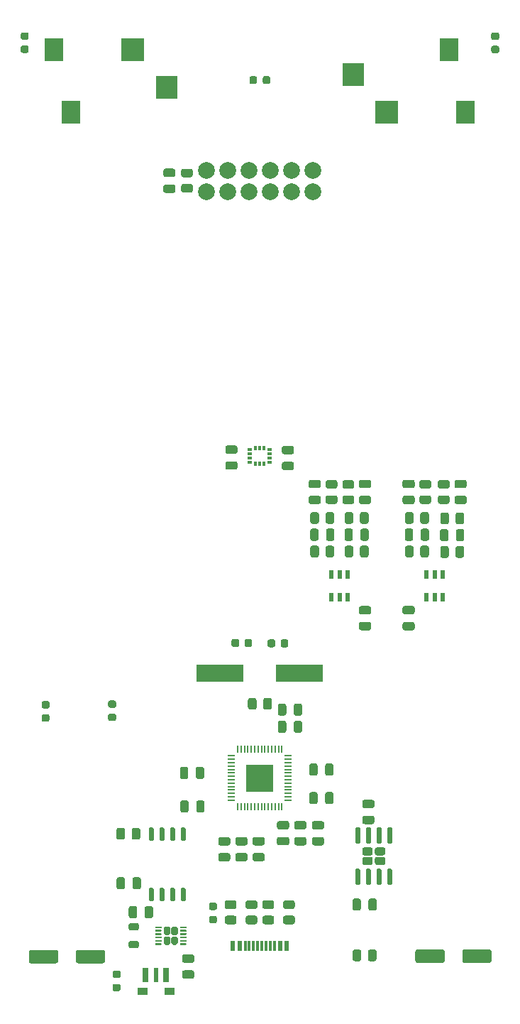
<source format=gbr>
%TF.GenerationSoftware,KiCad,Pcbnew,(5.1.9-0-10_14)*%
%TF.CreationDate,2022-10-10T16:55:21-07:00*%
%TF.ProjectId,integrator,696e7465-6772-4617-946f-722e6b696361,rev?*%
%TF.SameCoordinates,Original*%
%TF.FileFunction,Paste,Bot*%
%TF.FilePolarity,Positive*%
%FSLAX46Y46*%
G04 Gerber Fmt 4.6, Leading zero omitted, Abs format (unit mm)*
G04 Created by KiCad (PCBNEW (5.1.9-0-10_14)) date 2022-10-10 16:55:21*
%MOMM*%
%LPD*%
G01*
G04 APERTURE LIST*
%ADD10C,0.152400*%
%ADD11C,2.000000*%
%ADD12R,3.200400X3.200400*%
%ADD13R,0.177800X0.812800*%
%ADD14R,0.812800X0.177800*%
%ADD15R,1.300000X0.900000*%
%ADD16R,0.750000X1.800000*%
%ADD17R,0.600000X1.800000*%
%ADD18R,5.600000X2.100000*%
%ADD19R,0.558800X1.003300*%
%ADD20R,2.600000X2.800000*%
%ADD21R,2.200000X2.800000*%
%ADD22R,2.800000X2.800000*%
%ADD23R,0.304800X0.533400*%
%ADD24R,0.533400X0.304800*%
%ADD25R,0.600000X1.150000*%
%ADD26R,0.300000X1.150000*%
G04 APERTURE END LIST*
D10*
%TO.C,U5*%
X155549200Y-133600000D02*
X154149000Y-133600000D01*
X155549200Y-132199800D02*
X155549200Y-133600000D01*
X154149000Y-132199800D02*
X155549200Y-132199800D01*
X154149000Y-133600000D02*
X154149000Y-132199800D01*
X155549200Y-135200200D02*
X154149000Y-135200200D01*
X155549200Y-133800000D02*
X155549200Y-135200200D01*
X154149000Y-133800000D02*
X155549200Y-133800000D01*
X154149000Y-135200200D02*
X154149000Y-133800000D01*
X153949000Y-133600000D02*
X152548800Y-133600000D01*
X153949000Y-132199800D02*
X153949000Y-133600000D01*
X152548800Y-132199800D02*
X153949000Y-132199800D01*
X152548800Y-133600000D02*
X152548800Y-132199800D01*
X153949000Y-135200200D02*
X152548800Y-135200200D01*
X153949000Y-133800000D02*
X153949000Y-135200200D01*
X152548800Y-133800000D02*
X153949000Y-133800000D01*
X152548800Y-135200200D02*
X152548800Y-133800000D01*
%TD*%
%TO.C,U1*%
G36*
G01*
X167284000Y-142930000D02*
X166514000Y-142930000D01*
G75*
G02*
X166274000Y-142690000I0J240000D01*
G01*
X166274000Y-142210000D01*
G75*
G02*
X166514000Y-141970000I240000J0D01*
G01*
X167284000Y-141970000D01*
G75*
G02*
X167524000Y-142210000I0J-240000D01*
G01*
X167524000Y-142690000D01*
G75*
G02*
X167284000Y-142930000I-240000J0D01*
G01*
G37*
G36*
G01*
X168784000Y-142930000D02*
X168014000Y-142930000D01*
G75*
G02*
X167774000Y-142690000I0J240000D01*
G01*
X167774000Y-142210000D01*
G75*
G02*
X168014000Y-141970000I240000J0D01*
G01*
X168784000Y-141970000D01*
G75*
G02*
X169024000Y-142210000I0J-240000D01*
G01*
X169024000Y-142690000D01*
G75*
G02*
X168784000Y-142930000I-240000J0D01*
G01*
G37*
G36*
G01*
X167284000Y-144070000D02*
X166514000Y-144070000D01*
G75*
G02*
X166274000Y-143830000I0J240000D01*
G01*
X166274000Y-143350000D01*
G75*
G02*
X166514000Y-143110000I240000J0D01*
G01*
X167284000Y-143110000D01*
G75*
G02*
X167524000Y-143350000I0J-240000D01*
G01*
X167524000Y-143830000D01*
G75*
G02*
X167284000Y-144070000I-240000J0D01*
G01*
G37*
G36*
G01*
X168784000Y-144070000D02*
X168014000Y-144070000D01*
G75*
G02*
X167774000Y-143830000I0J240000D01*
G01*
X167774000Y-143350000D01*
G75*
G02*
X168014000Y-143110000I240000J0D01*
G01*
X168784000Y-143110000D01*
G75*
G02*
X169024000Y-143350000I0J-240000D01*
G01*
X169024000Y-143830000D01*
G75*
G02*
X168784000Y-144070000I-240000J0D01*
G01*
G37*
G36*
G01*
X169704000Y-141520000D02*
X169404000Y-141520000D01*
G75*
G02*
X169254000Y-141370000I0J150000D01*
G01*
X169254000Y-139720000D01*
G75*
G02*
X169404000Y-139570000I150000J0D01*
G01*
X169704000Y-139570000D01*
G75*
G02*
X169854000Y-139720000I0J-150000D01*
G01*
X169854000Y-141370000D01*
G75*
G02*
X169704000Y-141520000I-150000J0D01*
G01*
G37*
G36*
G01*
X168434000Y-141520000D02*
X168134000Y-141520000D01*
G75*
G02*
X167984000Y-141370000I0J150000D01*
G01*
X167984000Y-139720000D01*
G75*
G02*
X168134000Y-139570000I150000J0D01*
G01*
X168434000Y-139570000D01*
G75*
G02*
X168584000Y-139720000I0J-150000D01*
G01*
X168584000Y-141370000D01*
G75*
G02*
X168434000Y-141520000I-150000J0D01*
G01*
G37*
G36*
G01*
X167164000Y-141520000D02*
X166864000Y-141520000D01*
G75*
G02*
X166714000Y-141370000I0J150000D01*
G01*
X166714000Y-139720000D01*
G75*
G02*
X166864000Y-139570000I150000J0D01*
G01*
X167164000Y-139570000D01*
G75*
G02*
X167314000Y-139720000I0J-150000D01*
G01*
X167314000Y-141370000D01*
G75*
G02*
X167164000Y-141520000I-150000J0D01*
G01*
G37*
G36*
G01*
X165894000Y-141520000D02*
X165594000Y-141520000D01*
G75*
G02*
X165444000Y-141370000I0J150000D01*
G01*
X165444000Y-139720000D01*
G75*
G02*
X165594000Y-139570000I150000J0D01*
G01*
X165894000Y-139570000D01*
G75*
G02*
X166044000Y-139720000I0J-150000D01*
G01*
X166044000Y-141370000D01*
G75*
G02*
X165894000Y-141520000I-150000J0D01*
G01*
G37*
G36*
G01*
X165894000Y-146470000D02*
X165594000Y-146470000D01*
G75*
G02*
X165444000Y-146320000I0J150000D01*
G01*
X165444000Y-144670000D01*
G75*
G02*
X165594000Y-144520000I150000J0D01*
G01*
X165894000Y-144520000D01*
G75*
G02*
X166044000Y-144670000I0J-150000D01*
G01*
X166044000Y-146320000D01*
G75*
G02*
X165894000Y-146470000I-150000J0D01*
G01*
G37*
G36*
G01*
X167164000Y-146470000D02*
X166864000Y-146470000D01*
G75*
G02*
X166714000Y-146320000I0J150000D01*
G01*
X166714000Y-144670000D01*
G75*
G02*
X166864000Y-144520000I150000J0D01*
G01*
X167164000Y-144520000D01*
G75*
G02*
X167314000Y-144670000I0J-150000D01*
G01*
X167314000Y-146320000D01*
G75*
G02*
X167164000Y-146470000I-150000J0D01*
G01*
G37*
G36*
G01*
X168434000Y-146470000D02*
X168134000Y-146470000D01*
G75*
G02*
X167984000Y-146320000I0J150000D01*
G01*
X167984000Y-144670000D01*
G75*
G02*
X168134000Y-144520000I150000J0D01*
G01*
X168434000Y-144520000D01*
G75*
G02*
X168584000Y-144670000I0J-150000D01*
G01*
X168584000Y-146320000D01*
G75*
G02*
X168434000Y-146470000I-150000J0D01*
G01*
G37*
G36*
G01*
X169704000Y-146470000D02*
X169404000Y-146470000D01*
G75*
G02*
X169254000Y-146320000I0J150000D01*
G01*
X169254000Y-144670000D01*
G75*
G02*
X169404000Y-144520000I150000J0D01*
G01*
X169704000Y-144520000D01*
G75*
G02*
X169854000Y-144670000I0J-150000D01*
G01*
X169854000Y-146320000D01*
G75*
G02*
X169704000Y-146470000I-150000J0D01*
G01*
G37*
%TD*%
%TO.C,C12*%
G36*
G01*
X151574000Y-117350000D02*
X151574000Y-117850000D01*
G75*
G02*
X151349000Y-118075000I-225000J0D01*
G01*
X150899000Y-118075000D01*
G75*
G02*
X150674000Y-117850000I0J225000D01*
G01*
X150674000Y-117350000D01*
G75*
G02*
X150899000Y-117125000I225000J0D01*
G01*
X151349000Y-117125000D01*
G75*
G02*
X151574000Y-117350000I0J-225000D01*
G01*
G37*
G36*
G01*
X153124000Y-117350000D02*
X153124000Y-117850000D01*
G75*
G02*
X152899000Y-118075000I-225000J0D01*
G01*
X152449000Y-118075000D01*
G75*
G02*
X152224000Y-117850000I0J225000D01*
G01*
X152224000Y-117350000D01*
G75*
G02*
X152449000Y-117125000I225000J0D01*
G01*
X152899000Y-117125000D01*
G75*
G02*
X153124000Y-117350000I0J-225000D01*
G01*
G37*
%TD*%
%TO.C,C11*%
G36*
G01*
X155874000Y-117400000D02*
X155874000Y-117900000D01*
G75*
G02*
X155649000Y-118125000I-225000J0D01*
G01*
X155199000Y-118125000D01*
G75*
G02*
X154974000Y-117900000I0J225000D01*
G01*
X154974000Y-117400000D01*
G75*
G02*
X155199000Y-117175000I225000J0D01*
G01*
X155649000Y-117175000D01*
G75*
G02*
X155874000Y-117400000I0J-225000D01*
G01*
G37*
G36*
G01*
X157424000Y-117400000D02*
X157424000Y-117900000D01*
G75*
G02*
X157199000Y-118125000I-225000J0D01*
G01*
X156749000Y-118125000D01*
G75*
G02*
X156524000Y-117900000I0J225000D01*
G01*
X156524000Y-117400000D01*
G75*
G02*
X156749000Y-117175000I225000J0D01*
G01*
X157199000Y-117175000D01*
G75*
G02*
X157424000Y-117400000I0J-225000D01*
G01*
G37*
%TD*%
%TO.C,C34*%
G36*
G01*
X142774000Y-62950000D02*
X143724000Y-62950000D01*
G75*
G02*
X143974000Y-63200000I0J-250000D01*
G01*
X143974000Y-63700000D01*
G75*
G02*
X143724000Y-63950000I-250000J0D01*
G01*
X142774000Y-63950000D01*
G75*
G02*
X142524000Y-63700000I0J250000D01*
G01*
X142524000Y-63200000D01*
G75*
G02*
X142774000Y-62950000I250000J0D01*
G01*
G37*
G36*
G01*
X142774000Y-61050000D02*
X143724000Y-61050000D01*
G75*
G02*
X143974000Y-61300000I0J-250000D01*
G01*
X143974000Y-61800000D01*
G75*
G02*
X143724000Y-62050000I-250000J0D01*
G01*
X142774000Y-62050000D01*
G75*
G02*
X142524000Y-61800000I0J250000D01*
G01*
X142524000Y-61300000D01*
G75*
G02*
X142774000Y-61050000I250000J0D01*
G01*
G37*
%TD*%
%TO.C,C16*%
G36*
G01*
X178199000Y-155500000D02*
X178199000Y-154400000D01*
G75*
G02*
X178449000Y-154150000I250000J0D01*
G01*
X181449000Y-154150000D01*
G75*
G02*
X181699000Y-154400000I0J-250000D01*
G01*
X181699000Y-155500000D01*
G75*
G02*
X181449000Y-155750000I-250000J0D01*
G01*
X178449000Y-155750000D01*
G75*
G02*
X178199000Y-155500000I0J250000D01*
G01*
G37*
G36*
G01*
X172599000Y-155500000D02*
X172599000Y-154400000D01*
G75*
G02*
X172849000Y-154150000I250000J0D01*
G01*
X175849000Y-154150000D01*
G75*
G02*
X176099000Y-154400000I0J-250000D01*
G01*
X176099000Y-155500000D01*
G75*
G02*
X175849000Y-155750000I-250000J0D01*
G01*
X172849000Y-155750000D01*
G75*
G02*
X172599000Y-155500000I0J250000D01*
G01*
G37*
%TD*%
D11*
%TO.C,POGO1*%
X160399000Y-61230000D03*
X160399000Y-63770000D03*
X157859000Y-61230000D03*
X157859000Y-63770000D03*
X155319000Y-61230000D03*
X155319000Y-63770000D03*
X152779000Y-61230000D03*
X152779000Y-63770000D03*
X150239000Y-61230000D03*
X150239000Y-63770000D03*
X147699000Y-61230000D03*
X147699000Y-63770000D03*
%TD*%
%TO.C,D1*%
G36*
G01*
X128725250Y-125410000D02*
X128212750Y-125410000D01*
G75*
G02*
X127994000Y-125191250I0J218750D01*
G01*
X127994000Y-124753750D01*
G75*
G02*
X128212750Y-124535000I218750J0D01*
G01*
X128725250Y-124535000D01*
G75*
G02*
X128944000Y-124753750I0J-218750D01*
G01*
X128944000Y-125191250D01*
G75*
G02*
X128725250Y-125410000I-218750J0D01*
G01*
G37*
G36*
G01*
X128725250Y-126985000D02*
X128212750Y-126985000D01*
G75*
G02*
X127994000Y-126766250I0J218750D01*
G01*
X127994000Y-126328750D01*
G75*
G02*
X128212750Y-126110000I218750J0D01*
G01*
X128725250Y-126110000D01*
G75*
G02*
X128944000Y-126328750I0J-218750D01*
G01*
X128944000Y-126766250D01*
G75*
G02*
X128725250Y-126985000I-218750J0D01*
G01*
G37*
%TD*%
%TO.C,LED4*%
G36*
G01*
X137205250Y-157550000D02*
X136692750Y-157550000D01*
G75*
G02*
X136474000Y-157331250I0J218750D01*
G01*
X136474000Y-156893750D01*
G75*
G02*
X136692750Y-156675000I218750J0D01*
G01*
X137205250Y-156675000D01*
G75*
G02*
X137424000Y-156893750I0J-218750D01*
G01*
X137424000Y-157331250D01*
G75*
G02*
X137205250Y-157550000I-218750J0D01*
G01*
G37*
G36*
G01*
X137205250Y-159125000D02*
X136692750Y-159125000D01*
G75*
G02*
X136474000Y-158906250I0J218750D01*
G01*
X136474000Y-158468750D01*
G75*
G02*
X136692750Y-158250000I218750J0D01*
G01*
X137205250Y-158250000D01*
G75*
G02*
X137424000Y-158468750I0J-218750D01*
G01*
X137424000Y-158906250D01*
G75*
G02*
X137205250Y-159125000I-218750J0D01*
G01*
G37*
%TD*%
%TO.C,LED3*%
G36*
G01*
X153699000Y-50243750D02*
X153699000Y-50756250D01*
G75*
G02*
X153480250Y-50975000I-218750J0D01*
G01*
X153042750Y-50975000D01*
G75*
G02*
X152824000Y-50756250I0J218750D01*
G01*
X152824000Y-50243750D01*
G75*
G02*
X153042750Y-50025000I218750J0D01*
G01*
X153480250Y-50025000D01*
G75*
G02*
X153699000Y-50243750I0J-218750D01*
G01*
G37*
G36*
G01*
X155274000Y-50243750D02*
X155274000Y-50756250D01*
G75*
G02*
X155055250Y-50975000I-218750J0D01*
G01*
X154617750Y-50975000D01*
G75*
G02*
X154399000Y-50756250I0J218750D01*
G01*
X154399000Y-50243750D01*
G75*
G02*
X154617750Y-50025000I218750J0D01*
G01*
X155055250Y-50025000D01*
G75*
G02*
X155274000Y-50243750I0J-218750D01*
G01*
G37*
%TD*%
%TO.C,LED2*%
G36*
G01*
X181882750Y-46400000D02*
X182395250Y-46400000D01*
G75*
G02*
X182614000Y-46618750I0J-218750D01*
G01*
X182614000Y-47056250D01*
G75*
G02*
X182395250Y-47275000I-218750J0D01*
G01*
X181882750Y-47275000D01*
G75*
G02*
X181664000Y-47056250I0J218750D01*
G01*
X181664000Y-46618750D01*
G75*
G02*
X181882750Y-46400000I218750J0D01*
G01*
G37*
G36*
G01*
X181882750Y-44825000D02*
X182395250Y-44825000D01*
G75*
G02*
X182614000Y-45043750I0J-218750D01*
G01*
X182614000Y-45481250D01*
G75*
G02*
X182395250Y-45700000I-218750J0D01*
G01*
X181882750Y-45700000D01*
G75*
G02*
X181664000Y-45481250I0J218750D01*
G01*
X181664000Y-45043750D01*
G75*
G02*
X181882750Y-44825000I218750J0D01*
G01*
G37*
%TD*%
%TO.C,LED1*%
G36*
G01*
X125732750Y-46380000D02*
X126245250Y-46380000D01*
G75*
G02*
X126464000Y-46598750I0J-218750D01*
G01*
X126464000Y-47036250D01*
G75*
G02*
X126245250Y-47255000I-218750J0D01*
G01*
X125732750Y-47255000D01*
G75*
G02*
X125514000Y-47036250I0J218750D01*
G01*
X125514000Y-46598750D01*
G75*
G02*
X125732750Y-46380000I218750J0D01*
G01*
G37*
G36*
G01*
X125732750Y-44805000D02*
X126245250Y-44805000D01*
G75*
G02*
X126464000Y-45023750I0J-218750D01*
G01*
X126464000Y-45461250D01*
G75*
G02*
X126245250Y-45680000I-218750J0D01*
G01*
X125732750Y-45680000D01*
G75*
G02*
X125514000Y-45461250I0J218750D01*
G01*
X125514000Y-45023750D01*
G75*
G02*
X125732750Y-44805000I218750J0D01*
G01*
G37*
%TD*%
D12*
%TO.C,U5*%
X154049000Y-133700000D03*
D13*
X151407400Y-137103600D03*
X151813800Y-137103600D03*
X152220200Y-137103600D03*
X152626600Y-137103600D03*
X153033000Y-137103600D03*
X153439400Y-137103600D03*
X153845800Y-137103600D03*
X154252200Y-137103600D03*
X154658600Y-137103600D03*
X155065000Y-137103600D03*
X155471400Y-137103600D03*
X155877800Y-137103600D03*
X156284200Y-137103600D03*
X156690600Y-137103600D03*
D14*
X157452600Y-136341600D03*
X157452600Y-135935200D03*
X157452600Y-135528800D03*
X157452600Y-135122400D03*
X157452600Y-134716000D03*
X157452600Y-134309600D03*
X157452600Y-133903200D03*
X157452600Y-133496800D03*
X157452600Y-133090400D03*
X157452600Y-132684000D03*
X157452600Y-132277600D03*
X157452600Y-131871200D03*
X157452600Y-131464800D03*
X157452600Y-131058400D03*
D13*
X156690600Y-130296400D03*
X156284200Y-130296400D03*
X155877800Y-130296400D03*
X155471400Y-130296400D03*
X155065000Y-130296400D03*
X154658600Y-130296400D03*
X154252200Y-130296400D03*
X153845800Y-130296400D03*
X153439400Y-130296400D03*
X153033000Y-130296400D03*
X152626600Y-130296400D03*
X152220200Y-130296400D03*
X151813800Y-130296400D03*
X151407400Y-130296400D03*
D14*
X150645400Y-131058400D03*
X150645400Y-131464800D03*
X150645400Y-131871200D03*
X150645400Y-132277600D03*
X150645400Y-132684000D03*
X150645400Y-133090400D03*
X150645400Y-133496800D03*
X150645400Y-133903200D03*
X150645400Y-134309600D03*
X150645400Y-134716000D03*
X150645400Y-135122400D03*
X150645400Y-135528800D03*
X150645400Y-135935200D03*
X150645400Y-136341600D03*
%TD*%
%TO.C,U2*%
G36*
G01*
X143479000Y-152237500D02*
X143479000Y-151602500D01*
G75*
G02*
X143671500Y-151410000I192500J0D01*
G01*
X144056500Y-151410000D01*
G75*
G02*
X144249000Y-151602500I0J-192500D01*
G01*
X144249000Y-152237500D01*
G75*
G02*
X144056500Y-152430000I-192500J0D01*
G01*
X143671500Y-152430000D01*
G75*
G02*
X143479000Y-152237500I0J192500D01*
G01*
G37*
G36*
G01*
X143479000Y-153417500D02*
X143479000Y-152782500D01*
G75*
G02*
X143671500Y-152590000I192500J0D01*
G01*
X144056500Y-152590000D01*
G75*
G02*
X144249000Y-152782500I0J-192500D01*
G01*
X144249000Y-153417500D01*
G75*
G02*
X144056500Y-153610000I-192500J0D01*
G01*
X143671500Y-153610000D01*
G75*
G02*
X143479000Y-153417500I0J192500D01*
G01*
G37*
G36*
G01*
X142589000Y-152237500D02*
X142589000Y-151602500D01*
G75*
G02*
X142781500Y-151410000I192500J0D01*
G01*
X143166500Y-151410000D01*
G75*
G02*
X143359000Y-151602500I0J-192500D01*
G01*
X143359000Y-152237500D01*
G75*
G02*
X143166500Y-152430000I-192500J0D01*
G01*
X142781500Y-152430000D01*
G75*
G02*
X142589000Y-152237500I0J192500D01*
G01*
G37*
G36*
G01*
X142589000Y-153417500D02*
X142589000Y-152782500D01*
G75*
G02*
X142781500Y-152590000I192500J0D01*
G01*
X143166500Y-152590000D01*
G75*
G02*
X143359000Y-152782500I0J-192500D01*
G01*
X143359000Y-153417500D01*
G75*
G02*
X143166500Y-153610000I-192500J0D01*
G01*
X142781500Y-153610000D01*
G75*
G02*
X142589000Y-153417500I0J192500D01*
G01*
G37*
G36*
G01*
X144519000Y-153560000D02*
X144519000Y-153460000D01*
G75*
G02*
X144569000Y-153410000I50000J0D01*
G01*
X145244000Y-153410000D01*
G75*
G02*
X145294000Y-153460000I0J-50000D01*
G01*
X145294000Y-153560000D01*
G75*
G02*
X145244000Y-153610000I-50000J0D01*
G01*
X144569000Y-153610000D01*
G75*
G02*
X144519000Y-153560000I0J50000D01*
G01*
G37*
G36*
G01*
X144519000Y-153160000D02*
X144519000Y-153060000D01*
G75*
G02*
X144569000Y-153010000I50000J0D01*
G01*
X145244000Y-153010000D01*
G75*
G02*
X145294000Y-153060000I0J-50000D01*
G01*
X145294000Y-153160000D01*
G75*
G02*
X145244000Y-153210000I-50000J0D01*
G01*
X144569000Y-153210000D01*
G75*
G02*
X144519000Y-153160000I0J50000D01*
G01*
G37*
G36*
G01*
X144519000Y-152760000D02*
X144519000Y-152660000D01*
G75*
G02*
X144569000Y-152610000I50000J0D01*
G01*
X145244000Y-152610000D01*
G75*
G02*
X145294000Y-152660000I0J-50000D01*
G01*
X145294000Y-152760000D01*
G75*
G02*
X145244000Y-152810000I-50000J0D01*
G01*
X144569000Y-152810000D01*
G75*
G02*
X144519000Y-152760000I0J50000D01*
G01*
G37*
G36*
G01*
X144519000Y-152360000D02*
X144519000Y-152260000D01*
G75*
G02*
X144569000Y-152210000I50000J0D01*
G01*
X145244000Y-152210000D01*
G75*
G02*
X145294000Y-152260000I0J-50000D01*
G01*
X145294000Y-152360000D01*
G75*
G02*
X145244000Y-152410000I-50000J0D01*
G01*
X144569000Y-152410000D01*
G75*
G02*
X144519000Y-152360000I0J50000D01*
G01*
G37*
G36*
G01*
X144519000Y-151960000D02*
X144519000Y-151860000D01*
G75*
G02*
X144569000Y-151810000I50000J0D01*
G01*
X145244000Y-151810000D01*
G75*
G02*
X145294000Y-151860000I0J-50000D01*
G01*
X145294000Y-151960000D01*
G75*
G02*
X145244000Y-152010000I-50000J0D01*
G01*
X144569000Y-152010000D01*
G75*
G02*
X144519000Y-151960000I0J50000D01*
G01*
G37*
G36*
G01*
X144519000Y-151560000D02*
X144519000Y-151460000D01*
G75*
G02*
X144569000Y-151410000I50000J0D01*
G01*
X145244000Y-151410000D01*
G75*
G02*
X145294000Y-151460000I0J-50000D01*
G01*
X145294000Y-151560000D01*
G75*
G02*
X145244000Y-151610000I-50000J0D01*
G01*
X144569000Y-151610000D01*
G75*
G02*
X144519000Y-151560000I0J50000D01*
G01*
G37*
G36*
G01*
X141544000Y-151560000D02*
X141544000Y-151460000D01*
G75*
G02*
X141594000Y-151410000I50000J0D01*
G01*
X142269000Y-151410000D01*
G75*
G02*
X142319000Y-151460000I0J-50000D01*
G01*
X142319000Y-151560000D01*
G75*
G02*
X142269000Y-151610000I-50000J0D01*
G01*
X141594000Y-151610000D01*
G75*
G02*
X141544000Y-151560000I0J50000D01*
G01*
G37*
G36*
G01*
X141544000Y-151960000D02*
X141544000Y-151860000D01*
G75*
G02*
X141594000Y-151810000I50000J0D01*
G01*
X142269000Y-151810000D01*
G75*
G02*
X142319000Y-151860000I0J-50000D01*
G01*
X142319000Y-151960000D01*
G75*
G02*
X142269000Y-152010000I-50000J0D01*
G01*
X141594000Y-152010000D01*
G75*
G02*
X141544000Y-151960000I0J50000D01*
G01*
G37*
G36*
G01*
X141544000Y-152360000D02*
X141544000Y-152260000D01*
G75*
G02*
X141594000Y-152210000I50000J0D01*
G01*
X142269000Y-152210000D01*
G75*
G02*
X142319000Y-152260000I0J-50000D01*
G01*
X142319000Y-152360000D01*
G75*
G02*
X142269000Y-152410000I-50000J0D01*
G01*
X141594000Y-152410000D01*
G75*
G02*
X141544000Y-152360000I0J50000D01*
G01*
G37*
G36*
G01*
X141544000Y-152760000D02*
X141544000Y-152660000D01*
G75*
G02*
X141594000Y-152610000I50000J0D01*
G01*
X142269000Y-152610000D01*
G75*
G02*
X142319000Y-152660000I0J-50000D01*
G01*
X142319000Y-152760000D01*
G75*
G02*
X142269000Y-152810000I-50000J0D01*
G01*
X141594000Y-152810000D01*
G75*
G02*
X141544000Y-152760000I0J50000D01*
G01*
G37*
G36*
G01*
X141544000Y-153160000D02*
X141544000Y-153060000D01*
G75*
G02*
X141594000Y-153010000I50000J0D01*
G01*
X142269000Y-153010000D01*
G75*
G02*
X142319000Y-153060000I0J-50000D01*
G01*
X142319000Y-153160000D01*
G75*
G02*
X142269000Y-153210000I-50000J0D01*
G01*
X141594000Y-153210000D01*
G75*
G02*
X141544000Y-153160000I0J50000D01*
G01*
G37*
G36*
G01*
X141544000Y-153560000D02*
X141544000Y-153460000D01*
G75*
G02*
X141594000Y-153410000I50000J0D01*
G01*
X142269000Y-153410000D01*
G75*
G02*
X142319000Y-153460000I0J-50000D01*
G01*
X142319000Y-153560000D01*
G75*
G02*
X142269000Y-153610000I-50000J0D01*
G01*
X141594000Y-153610000D01*
G75*
G02*
X141544000Y-153560000I0J50000D01*
G01*
G37*
%TD*%
%TO.C,U6*%
G36*
G01*
X140944000Y-146800000D02*
X141244000Y-146800000D01*
G75*
G02*
X141394000Y-146950000I0J-150000D01*
G01*
X141394000Y-148250000D01*
G75*
G02*
X141244000Y-148400000I-150000J0D01*
G01*
X140944000Y-148400000D01*
G75*
G02*
X140794000Y-148250000I0J150000D01*
G01*
X140794000Y-146950000D01*
G75*
G02*
X140944000Y-146800000I150000J0D01*
G01*
G37*
G36*
G01*
X142214000Y-146800000D02*
X142514000Y-146800000D01*
G75*
G02*
X142664000Y-146950000I0J-150000D01*
G01*
X142664000Y-148250000D01*
G75*
G02*
X142514000Y-148400000I-150000J0D01*
G01*
X142214000Y-148400000D01*
G75*
G02*
X142064000Y-148250000I0J150000D01*
G01*
X142064000Y-146950000D01*
G75*
G02*
X142214000Y-146800000I150000J0D01*
G01*
G37*
G36*
G01*
X143484000Y-146800000D02*
X143784000Y-146800000D01*
G75*
G02*
X143934000Y-146950000I0J-150000D01*
G01*
X143934000Y-148250000D01*
G75*
G02*
X143784000Y-148400000I-150000J0D01*
G01*
X143484000Y-148400000D01*
G75*
G02*
X143334000Y-148250000I0J150000D01*
G01*
X143334000Y-146950000D01*
G75*
G02*
X143484000Y-146800000I150000J0D01*
G01*
G37*
G36*
G01*
X144754000Y-146800000D02*
X145054000Y-146800000D01*
G75*
G02*
X145204000Y-146950000I0J-150000D01*
G01*
X145204000Y-148250000D01*
G75*
G02*
X145054000Y-148400000I-150000J0D01*
G01*
X144754000Y-148400000D01*
G75*
G02*
X144604000Y-148250000I0J150000D01*
G01*
X144604000Y-146950000D01*
G75*
G02*
X144754000Y-146800000I150000J0D01*
G01*
G37*
G36*
G01*
X144754000Y-139600000D02*
X145054000Y-139600000D01*
G75*
G02*
X145204000Y-139750000I0J-150000D01*
G01*
X145204000Y-141050000D01*
G75*
G02*
X145054000Y-141200000I-150000J0D01*
G01*
X144754000Y-141200000D01*
G75*
G02*
X144604000Y-141050000I0J150000D01*
G01*
X144604000Y-139750000D01*
G75*
G02*
X144754000Y-139600000I150000J0D01*
G01*
G37*
G36*
G01*
X143484000Y-139600000D02*
X143784000Y-139600000D01*
G75*
G02*
X143934000Y-139750000I0J-150000D01*
G01*
X143934000Y-141050000D01*
G75*
G02*
X143784000Y-141200000I-150000J0D01*
G01*
X143484000Y-141200000D01*
G75*
G02*
X143334000Y-141050000I0J150000D01*
G01*
X143334000Y-139750000D01*
G75*
G02*
X143484000Y-139600000I150000J0D01*
G01*
G37*
G36*
G01*
X142214000Y-139600000D02*
X142514000Y-139600000D01*
G75*
G02*
X142664000Y-139750000I0J-150000D01*
G01*
X142664000Y-141050000D01*
G75*
G02*
X142514000Y-141200000I-150000J0D01*
G01*
X142214000Y-141200000D01*
G75*
G02*
X142064000Y-141050000I0J150000D01*
G01*
X142064000Y-139750000D01*
G75*
G02*
X142214000Y-139600000I150000J0D01*
G01*
G37*
G36*
G01*
X140944000Y-139600000D02*
X141244000Y-139600000D01*
G75*
G02*
X141394000Y-139750000I0J-150000D01*
G01*
X141394000Y-141050000D01*
G75*
G02*
X141244000Y-141200000I-150000J0D01*
G01*
X140944000Y-141200000D01*
G75*
G02*
X140794000Y-141050000I0J150000D01*
G01*
X140794000Y-139750000D01*
G75*
G02*
X140944000Y-139600000I150000J0D01*
G01*
G37*
%TD*%
D15*
%TO.C,SW4*%
X140059000Y-159150000D03*
X143259000Y-159150000D03*
D16*
X140434000Y-157200000D03*
D17*
X141659000Y-157200000D03*
D16*
X142884000Y-157200000D03*
%TD*%
%TO.C,R13*%
G36*
G01*
X161899000Y-107150002D02*
X161899000Y-106249998D01*
G75*
G02*
X162148998Y-106000000I249998J0D01*
G01*
X162674002Y-106000000D01*
G75*
G02*
X162924000Y-106249998I0J-249998D01*
G01*
X162924000Y-107150002D01*
G75*
G02*
X162674002Y-107400000I-249998J0D01*
G01*
X162148998Y-107400000D01*
G75*
G02*
X161899000Y-107150002I0J249998D01*
G01*
G37*
G36*
G01*
X160074000Y-107150002D02*
X160074000Y-106249998D01*
G75*
G02*
X160323998Y-106000000I249998J0D01*
G01*
X160849002Y-106000000D01*
G75*
G02*
X161099000Y-106249998I0J-249998D01*
G01*
X161099000Y-107150002D01*
G75*
G02*
X160849002Y-107400000I-249998J0D01*
G01*
X160323998Y-107400000D01*
G75*
G02*
X160074000Y-107150002I0J249998D01*
G01*
G37*
%TD*%
%TO.C,R12*%
G36*
G01*
X165199000Y-106249998D02*
X165199000Y-107150002D01*
G75*
G02*
X164949002Y-107400000I-249998J0D01*
G01*
X164423998Y-107400000D01*
G75*
G02*
X164174000Y-107150002I0J249998D01*
G01*
X164174000Y-106249998D01*
G75*
G02*
X164423998Y-106000000I249998J0D01*
G01*
X164949002Y-106000000D01*
G75*
G02*
X165199000Y-106249998I0J-249998D01*
G01*
G37*
G36*
G01*
X167024000Y-106249998D02*
X167024000Y-107150002D01*
G75*
G02*
X166774002Y-107400000I-249998J0D01*
G01*
X166248998Y-107400000D01*
G75*
G02*
X165999000Y-107150002I0J249998D01*
G01*
X165999000Y-106249998D01*
G75*
G02*
X166248998Y-106000000I249998J0D01*
G01*
X166774002Y-106000000D01*
G75*
G02*
X167024000Y-106249998I0J-249998D01*
G01*
G37*
%TD*%
%TO.C,R20*%
G36*
G01*
X176449002Y-99200000D02*
X175548998Y-99200000D01*
G75*
G02*
X175299000Y-98950002I0J249998D01*
G01*
X175299000Y-98424998D01*
G75*
G02*
X175548998Y-98175000I249998J0D01*
G01*
X176449002Y-98175000D01*
G75*
G02*
X176699000Y-98424998I0J-249998D01*
G01*
X176699000Y-98950002D01*
G75*
G02*
X176449002Y-99200000I-249998J0D01*
G01*
G37*
G36*
G01*
X176449002Y-101025000D02*
X175548998Y-101025000D01*
G75*
G02*
X175299000Y-100775002I0J249998D01*
G01*
X175299000Y-100249998D01*
G75*
G02*
X175548998Y-100000000I249998J0D01*
G01*
X176449002Y-100000000D01*
G75*
G02*
X176699000Y-100249998I0J-249998D01*
G01*
X176699000Y-100775002D01*
G75*
G02*
X176449002Y-101025000I-249998J0D01*
G01*
G37*
%TD*%
%TO.C,R19*%
G36*
G01*
X173199000Y-107150002D02*
X173199000Y-106249998D01*
G75*
G02*
X173448998Y-106000000I249998J0D01*
G01*
X173974002Y-106000000D01*
G75*
G02*
X174224000Y-106249998I0J-249998D01*
G01*
X174224000Y-107150002D01*
G75*
G02*
X173974002Y-107400000I-249998J0D01*
G01*
X173448998Y-107400000D01*
G75*
G02*
X173199000Y-107150002I0J249998D01*
G01*
G37*
G36*
G01*
X171374000Y-107150002D02*
X171374000Y-106249998D01*
G75*
G02*
X171623998Y-106000000I249998J0D01*
G01*
X172149002Y-106000000D01*
G75*
G02*
X172399000Y-106249998I0J-249998D01*
G01*
X172399000Y-107150002D01*
G75*
G02*
X172149002Y-107400000I-249998J0D01*
G01*
X171623998Y-107400000D01*
G75*
G02*
X171374000Y-107150002I0J249998D01*
G01*
G37*
%TD*%
%TO.C,R18*%
G36*
G01*
X176599000Y-106299998D02*
X176599000Y-107200002D01*
G75*
G02*
X176349002Y-107450000I-249998J0D01*
G01*
X175823998Y-107450000D01*
G75*
G02*
X175574000Y-107200002I0J249998D01*
G01*
X175574000Y-106299998D01*
G75*
G02*
X175823998Y-106050000I249998J0D01*
G01*
X176349002Y-106050000D01*
G75*
G02*
X176599000Y-106299998I0J-249998D01*
G01*
G37*
G36*
G01*
X178424000Y-106299998D02*
X178424000Y-107200002D01*
G75*
G02*
X178174002Y-107450000I-249998J0D01*
G01*
X177648998Y-107450000D01*
G75*
G02*
X177399000Y-107200002I0J249998D01*
G01*
X177399000Y-106299998D01*
G75*
G02*
X177648998Y-106050000I249998J0D01*
G01*
X178174002Y-106050000D01*
G75*
G02*
X178424000Y-106299998I0J-249998D01*
G01*
G37*
%TD*%
%TO.C,R17*%
G36*
G01*
X172399000Y-102249998D02*
X172399000Y-103150002D01*
G75*
G02*
X172149002Y-103400000I-249998J0D01*
G01*
X171623998Y-103400000D01*
G75*
G02*
X171374000Y-103150002I0J249998D01*
G01*
X171374000Y-102249998D01*
G75*
G02*
X171623998Y-102000000I249998J0D01*
G01*
X172149002Y-102000000D01*
G75*
G02*
X172399000Y-102249998I0J-249998D01*
G01*
G37*
G36*
G01*
X174224000Y-102249998D02*
X174224000Y-103150002D01*
G75*
G02*
X173974002Y-103400000I-249998J0D01*
G01*
X173448998Y-103400000D01*
G75*
G02*
X173199000Y-103150002I0J249998D01*
G01*
X173199000Y-102249998D01*
G75*
G02*
X173448998Y-102000000I249998J0D01*
G01*
X173974002Y-102000000D01*
G75*
G02*
X174224000Y-102249998I0J-249998D01*
G01*
G37*
%TD*%
%TO.C,R11*%
G36*
G01*
X161099000Y-102249998D02*
X161099000Y-103150002D01*
G75*
G02*
X160849002Y-103400000I-249998J0D01*
G01*
X160323998Y-103400000D01*
G75*
G02*
X160074000Y-103150002I0J249998D01*
G01*
X160074000Y-102249998D01*
G75*
G02*
X160323998Y-102000000I249998J0D01*
G01*
X160849002Y-102000000D01*
G75*
G02*
X161099000Y-102249998I0J-249998D01*
G01*
G37*
G36*
G01*
X162924000Y-102249998D02*
X162924000Y-103150002D01*
G75*
G02*
X162674002Y-103400000I-249998J0D01*
G01*
X162148998Y-103400000D01*
G75*
G02*
X161899000Y-103150002I0J249998D01*
G01*
X161899000Y-102249998D01*
G75*
G02*
X162148998Y-102000000I249998J0D01*
G01*
X162674002Y-102000000D01*
G75*
G02*
X162924000Y-102249998I0J-249998D01*
G01*
G37*
%TD*%
%TO.C,R10*%
G36*
G01*
X165999000Y-103150002D02*
X165999000Y-102249998D01*
G75*
G02*
X166248998Y-102000000I249998J0D01*
G01*
X166774002Y-102000000D01*
G75*
G02*
X167024000Y-102249998I0J-249998D01*
G01*
X167024000Y-103150002D01*
G75*
G02*
X166774002Y-103400000I-249998J0D01*
G01*
X166248998Y-103400000D01*
G75*
G02*
X165999000Y-103150002I0J249998D01*
G01*
G37*
G36*
G01*
X164174000Y-103150002D02*
X164174000Y-102249998D01*
G75*
G02*
X164423998Y-102000000I249998J0D01*
G01*
X164949002Y-102000000D01*
G75*
G02*
X165199000Y-102249998I0J-249998D01*
G01*
X165199000Y-103150002D01*
G75*
G02*
X164949002Y-103400000I-249998J0D01*
G01*
X164423998Y-103400000D01*
G75*
G02*
X164174000Y-103150002I0J249998D01*
G01*
G37*
%TD*%
%TO.C,R9*%
G36*
G01*
X163049002Y-101025000D02*
X162148998Y-101025000D01*
G75*
G02*
X161899000Y-100775002I0J249998D01*
G01*
X161899000Y-100249998D01*
G75*
G02*
X162148998Y-100000000I249998J0D01*
G01*
X163049002Y-100000000D01*
G75*
G02*
X163299000Y-100249998I0J-249998D01*
G01*
X163299000Y-100775002D01*
G75*
G02*
X163049002Y-101025000I-249998J0D01*
G01*
G37*
G36*
G01*
X163049002Y-99200000D02*
X162148998Y-99200000D01*
G75*
G02*
X161899000Y-98950002I0J249998D01*
G01*
X161899000Y-98424998D01*
G75*
G02*
X162148998Y-98175000I249998J0D01*
G01*
X163049002Y-98175000D01*
G75*
G02*
X163299000Y-98424998I0J-249998D01*
G01*
X163299000Y-98950002D01*
G75*
G02*
X163049002Y-99200000I-249998J0D01*
G01*
G37*
%TD*%
%TO.C,R8*%
G36*
G01*
X174249002Y-99200000D02*
X173348998Y-99200000D01*
G75*
G02*
X173099000Y-98950002I0J249998D01*
G01*
X173099000Y-98424998D01*
G75*
G02*
X173348998Y-98175000I249998J0D01*
G01*
X174249002Y-98175000D01*
G75*
G02*
X174499000Y-98424998I0J-249998D01*
G01*
X174499000Y-98950002D01*
G75*
G02*
X174249002Y-99200000I-249998J0D01*
G01*
G37*
G36*
G01*
X174249002Y-101025000D02*
X173348998Y-101025000D01*
G75*
G02*
X173099000Y-100775002I0J249998D01*
G01*
X173099000Y-100249998D01*
G75*
G02*
X173348998Y-100000000I249998J0D01*
G01*
X174249002Y-100000000D01*
G75*
G02*
X174499000Y-100249998I0J-249998D01*
G01*
X174499000Y-100775002D01*
G75*
G02*
X174249002Y-101025000I-249998J0D01*
G01*
G37*
%TD*%
%TO.C,R5*%
G36*
G01*
X165049002Y-101045000D02*
X164148998Y-101045000D01*
G75*
G02*
X163899000Y-100795002I0J249998D01*
G01*
X163899000Y-100269998D01*
G75*
G02*
X164148998Y-100020000I249998J0D01*
G01*
X165049002Y-100020000D01*
G75*
G02*
X165299000Y-100269998I0J-249998D01*
G01*
X165299000Y-100795002D01*
G75*
G02*
X165049002Y-101045000I-249998J0D01*
G01*
G37*
G36*
G01*
X165049002Y-99220000D02*
X164148998Y-99220000D01*
G75*
G02*
X163899000Y-98970002I0J249998D01*
G01*
X163899000Y-98444998D01*
G75*
G02*
X164148998Y-98195000I249998J0D01*
G01*
X165049002Y-98195000D01*
G75*
G02*
X165299000Y-98444998I0J-249998D01*
G01*
X165299000Y-98970002D01*
G75*
G02*
X165049002Y-99220000I-249998J0D01*
G01*
G37*
%TD*%
%TO.C,R4*%
G36*
G01*
X177399000Y-103200002D02*
X177399000Y-102299998D01*
G75*
G02*
X177648998Y-102050000I249998J0D01*
G01*
X178174002Y-102050000D01*
G75*
G02*
X178424000Y-102299998I0J-249998D01*
G01*
X178424000Y-103200002D01*
G75*
G02*
X178174002Y-103450000I-249998J0D01*
G01*
X177648998Y-103450000D01*
G75*
G02*
X177399000Y-103200002I0J249998D01*
G01*
G37*
G36*
G01*
X175574000Y-103200002D02*
X175574000Y-102299998D01*
G75*
G02*
X175823998Y-102050000I249998J0D01*
G01*
X176349002Y-102050000D01*
G75*
G02*
X176599000Y-102299998I0J-249998D01*
G01*
X176599000Y-103200002D01*
G75*
G02*
X176349002Y-103450000I-249998J0D01*
G01*
X175823998Y-103450000D01*
G75*
G02*
X175574000Y-103200002I0J249998D01*
G01*
G37*
%TD*%
%TO.C,C32*%
G36*
G01*
X172274000Y-114200000D02*
X171324000Y-114200000D01*
G75*
G02*
X171074000Y-113950000I0J250000D01*
G01*
X171074000Y-113450000D01*
G75*
G02*
X171324000Y-113200000I250000J0D01*
G01*
X172274000Y-113200000D01*
G75*
G02*
X172524000Y-113450000I0J-250000D01*
G01*
X172524000Y-113950000D01*
G75*
G02*
X172274000Y-114200000I-250000J0D01*
G01*
G37*
G36*
G01*
X172274000Y-116100000D02*
X171324000Y-116100000D01*
G75*
G02*
X171074000Y-115850000I0J250000D01*
G01*
X171074000Y-115350000D01*
G75*
G02*
X171324000Y-115100000I250000J0D01*
G01*
X172274000Y-115100000D01*
G75*
G02*
X172524000Y-115350000I0J-250000D01*
G01*
X172524000Y-115850000D01*
G75*
G02*
X172274000Y-116100000I-250000J0D01*
G01*
G37*
%TD*%
%TO.C,C18*%
G36*
G01*
X167074000Y-114200000D02*
X166124000Y-114200000D01*
G75*
G02*
X165874000Y-113950000I0J250000D01*
G01*
X165874000Y-113450000D01*
G75*
G02*
X166124000Y-113200000I250000J0D01*
G01*
X167074000Y-113200000D01*
G75*
G02*
X167324000Y-113450000I0J-250000D01*
G01*
X167324000Y-113950000D01*
G75*
G02*
X167074000Y-114200000I-250000J0D01*
G01*
G37*
G36*
G01*
X167074000Y-116100000D02*
X166124000Y-116100000D01*
G75*
G02*
X165874000Y-115850000I0J250000D01*
G01*
X165874000Y-115350000D01*
G75*
G02*
X166124000Y-115100000I250000J0D01*
G01*
X167074000Y-115100000D01*
G75*
G02*
X167324000Y-115350000I0J-250000D01*
G01*
X167324000Y-115850000D01*
G75*
G02*
X167074000Y-116100000I-250000J0D01*
G01*
G37*
%TD*%
%TO.C,C17*%
G36*
G01*
X161949000Y-105175000D02*
X161949000Y-104225000D01*
G75*
G02*
X162199000Y-103975000I250000J0D01*
G01*
X162699000Y-103975000D01*
G75*
G02*
X162949000Y-104225000I0J-250000D01*
G01*
X162949000Y-105175000D01*
G75*
G02*
X162699000Y-105425000I-250000J0D01*
G01*
X162199000Y-105425000D01*
G75*
G02*
X161949000Y-105175000I0J250000D01*
G01*
G37*
G36*
G01*
X160049000Y-105175000D02*
X160049000Y-104225000D01*
G75*
G02*
X160299000Y-103975000I250000J0D01*
G01*
X160799000Y-103975000D01*
G75*
G02*
X161049000Y-104225000I0J-250000D01*
G01*
X161049000Y-105175000D01*
G75*
G02*
X160799000Y-105425000I-250000J0D01*
G01*
X160299000Y-105425000D01*
G75*
G02*
X160049000Y-105175000I0J250000D01*
G01*
G37*
%TD*%
%TO.C,C13*%
G36*
G01*
X165149000Y-104225000D02*
X165149000Y-105175000D01*
G75*
G02*
X164899000Y-105425000I-250000J0D01*
G01*
X164399000Y-105425000D01*
G75*
G02*
X164149000Y-105175000I0J250000D01*
G01*
X164149000Y-104225000D01*
G75*
G02*
X164399000Y-103975000I250000J0D01*
G01*
X164899000Y-103975000D01*
G75*
G02*
X165149000Y-104225000I0J-250000D01*
G01*
G37*
G36*
G01*
X167049000Y-104225000D02*
X167049000Y-105175000D01*
G75*
G02*
X166799000Y-105425000I-250000J0D01*
G01*
X166299000Y-105425000D01*
G75*
G02*
X166049000Y-105175000I0J250000D01*
G01*
X166049000Y-104225000D01*
G75*
G02*
X166299000Y-103975000I250000J0D01*
G01*
X166799000Y-103975000D01*
G75*
G02*
X167049000Y-104225000I0J-250000D01*
G01*
G37*
%TD*%
%TO.C,C8*%
G36*
G01*
X173249000Y-105175000D02*
X173249000Y-104225000D01*
G75*
G02*
X173499000Y-103975000I250000J0D01*
G01*
X173999000Y-103975000D01*
G75*
G02*
X174249000Y-104225000I0J-250000D01*
G01*
X174249000Y-105175000D01*
G75*
G02*
X173999000Y-105425000I-250000J0D01*
G01*
X173499000Y-105425000D01*
G75*
G02*
X173249000Y-105175000I0J250000D01*
G01*
G37*
G36*
G01*
X171349000Y-105175000D02*
X171349000Y-104225000D01*
G75*
G02*
X171599000Y-103975000I250000J0D01*
G01*
X172099000Y-103975000D01*
G75*
G02*
X172349000Y-104225000I0J-250000D01*
G01*
X172349000Y-105175000D01*
G75*
G02*
X172099000Y-105425000I-250000J0D01*
G01*
X171599000Y-105425000D01*
G75*
G02*
X171349000Y-105175000I0J250000D01*
G01*
G37*
%TD*%
%TO.C,C7*%
G36*
G01*
X176549000Y-104275000D02*
X176549000Y-105225000D01*
G75*
G02*
X176299000Y-105475000I-250000J0D01*
G01*
X175799000Y-105475000D01*
G75*
G02*
X175549000Y-105225000I0J250000D01*
G01*
X175549000Y-104275000D01*
G75*
G02*
X175799000Y-104025000I250000J0D01*
G01*
X176299000Y-104025000D01*
G75*
G02*
X176549000Y-104275000I0J-250000D01*
G01*
G37*
G36*
G01*
X178449000Y-104275000D02*
X178449000Y-105225000D01*
G75*
G02*
X178199000Y-105475000I-250000J0D01*
G01*
X177699000Y-105475000D01*
G75*
G02*
X177449000Y-105225000I0J250000D01*
G01*
X177449000Y-104275000D01*
G75*
G02*
X177699000Y-104025000I250000J0D01*
G01*
X178199000Y-104025000D01*
G75*
G02*
X178449000Y-104275000I0J-250000D01*
G01*
G37*
%TD*%
%TO.C,C3*%
G36*
G01*
X166524000Y-138200000D02*
X167474000Y-138200000D01*
G75*
G02*
X167724000Y-138450000I0J-250000D01*
G01*
X167724000Y-138950000D01*
G75*
G02*
X167474000Y-139200000I-250000J0D01*
G01*
X166524000Y-139200000D01*
G75*
G02*
X166274000Y-138950000I0J250000D01*
G01*
X166274000Y-138450000D01*
G75*
G02*
X166524000Y-138200000I250000J0D01*
G01*
G37*
G36*
G01*
X166524000Y-136300000D02*
X167474000Y-136300000D01*
G75*
G02*
X167724000Y-136550000I0J-250000D01*
G01*
X167724000Y-137050000D01*
G75*
G02*
X167474000Y-137300000I-250000J0D01*
G01*
X166524000Y-137300000D01*
G75*
G02*
X166274000Y-137050000I0J250000D01*
G01*
X166274000Y-136550000D01*
G75*
G02*
X166524000Y-136300000I250000J0D01*
G01*
G37*
%TD*%
%TO.C,C1*%
G36*
G01*
X166999000Y-149275000D02*
X166999000Y-148325000D01*
G75*
G02*
X167249000Y-148075000I250000J0D01*
G01*
X167749000Y-148075000D01*
G75*
G02*
X167999000Y-148325000I0J-250000D01*
G01*
X167999000Y-149275000D01*
G75*
G02*
X167749000Y-149525000I-250000J0D01*
G01*
X167249000Y-149525000D01*
G75*
G02*
X166999000Y-149275000I0J250000D01*
G01*
G37*
G36*
G01*
X165099000Y-149275000D02*
X165099000Y-148325000D01*
G75*
G02*
X165349000Y-148075000I250000J0D01*
G01*
X165849000Y-148075000D01*
G75*
G02*
X166099000Y-148325000I0J-250000D01*
G01*
X166099000Y-149275000D01*
G75*
G02*
X165849000Y-149525000I-250000J0D01*
G01*
X165349000Y-149525000D01*
G75*
G02*
X165099000Y-149275000I0J250000D01*
G01*
G37*
%TD*%
D18*
%TO.C,Y1*%
X158799000Y-121250000D03*
X149299000Y-121250000D03*
%TD*%
D19*
%TO.C,U7*%
X175849001Y-109447450D03*
X174899000Y-109447450D03*
X173948999Y-109447450D03*
X173948999Y-112152550D03*
X174899000Y-112152550D03*
X175849001Y-112152550D03*
%TD*%
%TO.C,U4*%
X164499001Y-109477450D03*
X163549000Y-109477450D03*
X162598999Y-109477450D03*
X162598999Y-112182550D03*
X163549000Y-112182550D03*
X164499001Y-112182550D03*
%TD*%
%TO.C,R16*%
G36*
G01*
X137949000Y-139899998D02*
X137949000Y-140800002D01*
G75*
G02*
X137699002Y-141050000I-249998J0D01*
G01*
X137173998Y-141050000D01*
G75*
G02*
X136924000Y-140800002I0J249998D01*
G01*
X136924000Y-139899998D01*
G75*
G02*
X137173998Y-139650000I249998J0D01*
G01*
X137699002Y-139650000D01*
G75*
G02*
X137949000Y-139899998I0J-249998D01*
G01*
G37*
G36*
G01*
X139774000Y-139899998D02*
X139774000Y-140800002D01*
G75*
G02*
X139524002Y-141050000I-249998J0D01*
G01*
X138998998Y-141050000D01*
G75*
G02*
X138749000Y-140800002I0J249998D01*
G01*
X138749000Y-139899998D01*
G75*
G02*
X138998998Y-139650000I249998J0D01*
G01*
X139524002Y-139650000D01*
G75*
G02*
X139774000Y-139899998I0J-249998D01*
G01*
G37*
%TD*%
%TO.C,R15*%
G36*
G01*
X166949000Y-155300002D02*
X166949000Y-154399998D01*
G75*
G02*
X167198998Y-154150000I249998J0D01*
G01*
X167724002Y-154150000D01*
G75*
G02*
X167974000Y-154399998I0J-249998D01*
G01*
X167974000Y-155300002D01*
G75*
G02*
X167724002Y-155550000I-249998J0D01*
G01*
X167198998Y-155550000D01*
G75*
G02*
X166949000Y-155300002I0J249998D01*
G01*
G37*
G36*
G01*
X165124000Y-155300002D02*
X165124000Y-154399998D01*
G75*
G02*
X165373998Y-154150000I249998J0D01*
G01*
X165899002Y-154150000D01*
G75*
G02*
X166149000Y-154399998I0J-249998D01*
G01*
X166149000Y-155300002D01*
G75*
G02*
X165899002Y-155550000I-249998J0D01*
G01*
X165373998Y-155550000D01*
G75*
G02*
X165124000Y-155300002I0J249998D01*
G01*
G37*
%TD*%
%TO.C,R14*%
G36*
G01*
X154449000Y-125300002D02*
X154449000Y-124399998D01*
G75*
G02*
X154698998Y-124150000I249998J0D01*
G01*
X155224002Y-124150000D01*
G75*
G02*
X155474000Y-124399998I0J-249998D01*
G01*
X155474000Y-125300002D01*
G75*
G02*
X155224002Y-125550000I-249998J0D01*
G01*
X154698998Y-125550000D01*
G75*
G02*
X154449000Y-125300002I0J249998D01*
G01*
G37*
G36*
G01*
X152624000Y-125300002D02*
X152624000Y-124399998D01*
G75*
G02*
X152873998Y-124150000I249998J0D01*
G01*
X153399002Y-124150000D01*
G75*
G02*
X153649000Y-124399998I0J-249998D01*
G01*
X153649000Y-125300002D01*
G75*
G02*
X153399002Y-125550000I-249998J0D01*
G01*
X152873998Y-125550000D01*
G75*
G02*
X152624000Y-125300002I0J249998D01*
G01*
G37*
%TD*%
%TO.C,L1*%
G36*
G01*
X139380250Y-151875000D02*
X138617750Y-151875000D01*
G75*
G02*
X138399000Y-151656250I0J218750D01*
G01*
X138399000Y-151218750D01*
G75*
G02*
X138617750Y-151000000I218750J0D01*
G01*
X139380250Y-151000000D01*
G75*
G02*
X139599000Y-151218750I0J-218750D01*
G01*
X139599000Y-151656250D01*
G75*
G02*
X139380250Y-151875000I-218750J0D01*
G01*
G37*
G36*
G01*
X139380250Y-154000000D02*
X138617750Y-154000000D01*
G75*
G02*
X138399000Y-153781250I0J218750D01*
G01*
X138399000Y-153343750D01*
G75*
G02*
X138617750Y-153125000I218750J0D01*
G01*
X139380250Y-153125000D01*
G75*
G02*
X139599000Y-153343750I0J-218750D01*
G01*
X139599000Y-153781250D01*
G75*
G02*
X139380250Y-154000000I-218750J0D01*
G01*
G37*
%TD*%
%TO.C,D3*%
G36*
G01*
X148192750Y-150150000D02*
X148705250Y-150150000D01*
G75*
G02*
X148924000Y-150368750I0J-218750D01*
G01*
X148924000Y-150806250D01*
G75*
G02*
X148705250Y-151025000I-218750J0D01*
G01*
X148192750Y-151025000D01*
G75*
G02*
X147974000Y-150806250I0J218750D01*
G01*
X147974000Y-150368750D01*
G75*
G02*
X148192750Y-150150000I218750J0D01*
G01*
G37*
G36*
G01*
X148192750Y-148575000D02*
X148705250Y-148575000D01*
G75*
G02*
X148924000Y-148793750I0J-218750D01*
G01*
X148924000Y-149231250D01*
G75*
G02*
X148705250Y-149450000I-218750J0D01*
G01*
X148192750Y-149450000D01*
G75*
G02*
X147974000Y-149231250I0J218750D01*
G01*
X147974000Y-148793750D01*
G75*
G02*
X148192750Y-148575000I218750J0D01*
G01*
G37*
%TD*%
%TO.C,C33*%
G36*
G01*
X171324000Y-100050000D02*
X172274000Y-100050000D01*
G75*
G02*
X172524000Y-100300000I0J-250000D01*
G01*
X172524000Y-100800000D01*
G75*
G02*
X172274000Y-101050000I-250000J0D01*
G01*
X171324000Y-101050000D01*
G75*
G02*
X171074000Y-100800000I0J250000D01*
G01*
X171074000Y-100300000D01*
G75*
G02*
X171324000Y-100050000I250000J0D01*
G01*
G37*
G36*
G01*
X171324000Y-98150000D02*
X172274000Y-98150000D01*
G75*
G02*
X172524000Y-98400000I0J-250000D01*
G01*
X172524000Y-98900000D01*
G75*
G02*
X172274000Y-99150000I-250000J0D01*
G01*
X171324000Y-99150000D01*
G75*
G02*
X171074000Y-98900000I0J250000D01*
G01*
X171074000Y-98400000D01*
G75*
G02*
X171324000Y-98150000I250000J0D01*
G01*
G37*
%TD*%
%TO.C,C31*%
G36*
G01*
X160514000Y-140740000D02*
X161464000Y-140740000D01*
G75*
G02*
X161714000Y-140990000I0J-250000D01*
G01*
X161714000Y-141490000D01*
G75*
G02*
X161464000Y-141740000I-250000J0D01*
G01*
X160514000Y-141740000D01*
G75*
G02*
X160264000Y-141490000I0J250000D01*
G01*
X160264000Y-140990000D01*
G75*
G02*
X160514000Y-140740000I250000J0D01*
G01*
G37*
G36*
G01*
X160514000Y-138840000D02*
X161464000Y-138840000D01*
G75*
G02*
X161714000Y-139090000I0J-250000D01*
G01*
X161714000Y-139590000D01*
G75*
G02*
X161464000Y-139840000I-250000J0D01*
G01*
X160514000Y-139840000D01*
G75*
G02*
X160264000Y-139590000I0J250000D01*
G01*
X160264000Y-139090000D01*
G75*
G02*
X160514000Y-138840000I250000J0D01*
G01*
G37*
%TD*%
%TO.C,C30*%
G36*
G01*
X157294000Y-139830000D02*
X156344000Y-139830000D01*
G75*
G02*
X156094000Y-139580000I0J250000D01*
G01*
X156094000Y-139080000D01*
G75*
G02*
X156344000Y-138830000I250000J0D01*
G01*
X157294000Y-138830000D01*
G75*
G02*
X157544000Y-139080000I0J-250000D01*
G01*
X157544000Y-139580000D01*
G75*
G02*
X157294000Y-139830000I-250000J0D01*
G01*
G37*
G36*
G01*
X157294000Y-141730000D02*
X156344000Y-141730000D01*
G75*
G02*
X156094000Y-141480000I0J250000D01*
G01*
X156094000Y-140980000D01*
G75*
G02*
X156344000Y-140730000I250000J0D01*
G01*
X157294000Y-140730000D01*
G75*
G02*
X157544000Y-140980000I0J-250000D01*
G01*
X157544000Y-141480000D01*
G75*
G02*
X157294000Y-141730000I-250000J0D01*
G01*
G37*
%TD*%
%TO.C,C29*%
G36*
G01*
X149324000Y-142650000D02*
X150274000Y-142650000D01*
G75*
G02*
X150524000Y-142900000I0J-250000D01*
G01*
X150524000Y-143400000D01*
G75*
G02*
X150274000Y-143650000I-250000J0D01*
G01*
X149324000Y-143650000D01*
G75*
G02*
X149074000Y-143400000I0J250000D01*
G01*
X149074000Y-142900000D01*
G75*
G02*
X149324000Y-142650000I250000J0D01*
G01*
G37*
G36*
G01*
X149324000Y-140750000D02*
X150274000Y-140750000D01*
G75*
G02*
X150524000Y-141000000I0J-250000D01*
G01*
X150524000Y-141500000D01*
G75*
G02*
X150274000Y-141750000I-250000J0D01*
G01*
X149324000Y-141750000D01*
G75*
G02*
X149074000Y-141500000I0J250000D01*
G01*
X149074000Y-141000000D01*
G75*
G02*
X149324000Y-140750000I250000J0D01*
G01*
G37*
%TD*%
%TO.C,C28*%
G36*
G01*
X159354000Y-139840000D02*
X158404000Y-139840000D01*
G75*
G02*
X158154000Y-139590000I0J250000D01*
G01*
X158154000Y-139090000D01*
G75*
G02*
X158404000Y-138840000I250000J0D01*
G01*
X159354000Y-138840000D01*
G75*
G02*
X159604000Y-139090000I0J-250000D01*
G01*
X159604000Y-139590000D01*
G75*
G02*
X159354000Y-139840000I-250000J0D01*
G01*
G37*
G36*
G01*
X159354000Y-141740000D02*
X158404000Y-141740000D01*
G75*
G02*
X158154000Y-141490000I0J250000D01*
G01*
X158154000Y-140990000D01*
G75*
G02*
X158404000Y-140740000I250000J0D01*
G01*
X159354000Y-140740000D01*
G75*
G02*
X159604000Y-140990000I0J-250000D01*
G01*
X159604000Y-141490000D01*
G75*
G02*
X159354000Y-141740000I-250000J0D01*
G01*
G37*
%TD*%
%TO.C,C27*%
G36*
G01*
X151374000Y-142650000D02*
X152324000Y-142650000D01*
G75*
G02*
X152574000Y-142900000I0J-250000D01*
G01*
X152574000Y-143400000D01*
G75*
G02*
X152324000Y-143650000I-250000J0D01*
G01*
X151374000Y-143650000D01*
G75*
G02*
X151124000Y-143400000I0J250000D01*
G01*
X151124000Y-142900000D01*
G75*
G02*
X151374000Y-142650000I250000J0D01*
G01*
G37*
G36*
G01*
X151374000Y-140750000D02*
X152324000Y-140750000D01*
G75*
G02*
X152574000Y-141000000I0J-250000D01*
G01*
X152574000Y-141500000D01*
G75*
G02*
X152324000Y-141750000I-250000J0D01*
G01*
X151374000Y-141750000D01*
G75*
G02*
X151124000Y-141500000I0J250000D01*
G01*
X151124000Y-141000000D01*
G75*
G02*
X151374000Y-140750000I250000J0D01*
G01*
G37*
%TD*%
%TO.C,C26*%
G36*
G01*
X153424000Y-142650000D02*
X154374000Y-142650000D01*
G75*
G02*
X154624000Y-142900000I0J-250000D01*
G01*
X154624000Y-143400000D01*
G75*
G02*
X154374000Y-143650000I-250000J0D01*
G01*
X153424000Y-143650000D01*
G75*
G02*
X153174000Y-143400000I0J250000D01*
G01*
X153174000Y-142900000D01*
G75*
G02*
X153424000Y-142650000I250000J0D01*
G01*
G37*
G36*
G01*
X153424000Y-140750000D02*
X154374000Y-140750000D01*
G75*
G02*
X154624000Y-141000000I0J-250000D01*
G01*
X154624000Y-141500000D01*
G75*
G02*
X154374000Y-141750000I-250000J0D01*
G01*
X153424000Y-141750000D01*
G75*
G02*
X153174000Y-141500000I0J250000D01*
G01*
X153174000Y-141000000D01*
G75*
G02*
X153424000Y-140750000I250000J0D01*
G01*
G37*
%TD*%
%TO.C,C25*%
G36*
G01*
X161849000Y-136575000D02*
X161849000Y-135625000D01*
G75*
G02*
X162099000Y-135375000I250000J0D01*
G01*
X162599000Y-135375000D01*
G75*
G02*
X162849000Y-135625000I0J-250000D01*
G01*
X162849000Y-136575000D01*
G75*
G02*
X162599000Y-136825000I-250000J0D01*
G01*
X162099000Y-136825000D01*
G75*
G02*
X161849000Y-136575000I0J250000D01*
G01*
G37*
G36*
G01*
X159949000Y-136575000D02*
X159949000Y-135625000D01*
G75*
G02*
X160199000Y-135375000I250000J0D01*
G01*
X160699000Y-135375000D01*
G75*
G02*
X160949000Y-135625000I0J-250000D01*
G01*
X160949000Y-136575000D01*
G75*
G02*
X160699000Y-136825000I-250000J0D01*
G01*
X160199000Y-136825000D01*
G75*
G02*
X159949000Y-136575000I0J250000D01*
G01*
G37*
%TD*%
%TO.C,C24*%
G36*
G01*
X161839000Y-133175000D02*
X161839000Y-132225000D01*
G75*
G02*
X162089000Y-131975000I250000J0D01*
G01*
X162589000Y-131975000D01*
G75*
G02*
X162839000Y-132225000I0J-250000D01*
G01*
X162839000Y-133175000D01*
G75*
G02*
X162589000Y-133425000I-250000J0D01*
G01*
X162089000Y-133425000D01*
G75*
G02*
X161839000Y-133175000I0J250000D01*
G01*
G37*
G36*
G01*
X159939000Y-133175000D02*
X159939000Y-132225000D01*
G75*
G02*
X160189000Y-131975000I250000J0D01*
G01*
X160689000Y-131975000D01*
G75*
G02*
X160939000Y-132225000I0J-250000D01*
G01*
X160939000Y-133175000D01*
G75*
G02*
X160689000Y-133425000I-250000J0D01*
G01*
X160189000Y-133425000D01*
G75*
G02*
X159939000Y-133175000I0J250000D01*
G01*
G37*
%TD*%
%TO.C,C23*%
G36*
G01*
X137949000Y-145775000D02*
X137949000Y-146725000D01*
G75*
G02*
X137699000Y-146975000I-250000J0D01*
G01*
X137199000Y-146975000D01*
G75*
G02*
X136949000Y-146725000I0J250000D01*
G01*
X136949000Y-145775000D01*
G75*
G02*
X137199000Y-145525000I250000J0D01*
G01*
X137699000Y-145525000D01*
G75*
G02*
X137949000Y-145775000I0J-250000D01*
G01*
G37*
G36*
G01*
X139849000Y-145775000D02*
X139849000Y-146725000D01*
G75*
G02*
X139599000Y-146975000I-250000J0D01*
G01*
X139099000Y-146975000D01*
G75*
G02*
X138849000Y-146725000I0J250000D01*
G01*
X138849000Y-145775000D01*
G75*
G02*
X139099000Y-145525000I250000J0D01*
G01*
X139599000Y-145525000D01*
G75*
G02*
X139849000Y-145775000I0J-250000D01*
G01*
G37*
%TD*%
%TO.C,C22*%
G36*
G01*
X158099000Y-128075000D02*
X158099000Y-127125000D01*
G75*
G02*
X158349000Y-126875000I250000J0D01*
G01*
X158849000Y-126875000D01*
G75*
G02*
X159099000Y-127125000I0J-250000D01*
G01*
X159099000Y-128075000D01*
G75*
G02*
X158849000Y-128325000I-250000J0D01*
G01*
X158349000Y-128325000D01*
G75*
G02*
X158099000Y-128075000I0J250000D01*
G01*
G37*
G36*
G01*
X156199000Y-128075000D02*
X156199000Y-127125000D01*
G75*
G02*
X156449000Y-126875000I250000J0D01*
G01*
X156949000Y-126875000D01*
G75*
G02*
X157199000Y-127125000I0J-250000D01*
G01*
X157199000Y-128075000D01*
G75*
G02*
X156949000Y-128325000I-250000J0D01*
G01*
X156449000Y-128325000D01*
G75*
G02*
X156199000Y-128075000I0J250000D01*
G01*
G37*
%TD*%
%TO.C,C21*%
G36*
G01*
X158099000Y-126025000D02*
X158099000Y-125075000D01*
G75*
G02*
X158349000Y-124825000I250000J0D01*
G01*
X158849000Y-124825000D01*
G75*
G02*
X159099000Y-125075000I0J-250000D01*
G01*
X159099000Y-126025000D01*
G75*
G02*
X158849000Y-126275000I-250000J0D01*
G01*
X158349000Y-126275000D01*
G75*
G02*
X158099000Y-126025000I0J250000D01*
G01*
G37*
G36*
G01*
X156199000Y-126025000D02*
X156199000Y-125075000D01*
G75*
G02*
X156449000Y-124825000I250000J0D01*
G01*
X156949000Y-124825000D01*
G75*
G02*
X157199000Y-125075000I0J-250000D01*
G01*
X157199000Y-126025000D01*
G75*
G02*
X156949000Y-126275000I-250000J0D01*
G01*
X156449000Y-126275000D01*
G75*
G02*
X156199000Y-126025000I0J250000D01*
G01*
G37*
%TD*%
%TO.C,C20*%
G36*
G01*
X145499000Y-132625000D02*
X145499000Y-133575000D01*
G75*
G02*
X145249000Y-133825000I-250000J0D01*
G01*
X144749000Y-133825000D01*
G75*
G02*
X144499000Y-133575000I0J250000D01*
G01*
X144499000Y-132625000D01*
G75*
G02*
X144749000Y-132375000I250000J0D01*
G01*
X145249000Y-132375000D01*
G75*
G02*
X145499000Y-132625000I0J-250000D01*
G01*
G37*
G36*
G01*
X147399000Y-132625000D02*
X147399000Y-133575000D01*
G75*
G02*
X147149000Y-133825000I-250000J0D01*
G01*
X146649000Y-133825000D01*
G75*
G02*
X146399000Y-133575000I0J250000D01*
G01*
X146399000Y-132625000D01*
G75*
G02*
X146649000Y-132375000I250000J0D01*
G01*
X147149000Y-132375000D01*
G75*
G02*
X147399000Y-132625000I0J-250000D01*
G01*
G37*
%TD*%
%TO.C,C19*%
G36*
G01*
X145549000Y-136625000D02*
X145549000Y-137575000D01*
G75*
G02*
X145299000Y-137825000I-250000J0D01*
G01*
X144799000Y-137825000D01*
G75*
G02*
X144549000Y-137575000I0J250000D01*
G01*
X144549000Y-136625000D01*
G75*
G02*
X144799000Y-136375000I250000J0D01*
G01*
X145299000Y-136375000D01*
G75*
G02*
X145549000Y-136625000I0J-250000D01*
G01*
G37*
G36*
G01*
X147449000Y-136625000D02*
X147449000Y-137575000D01*
G75*
G02*
X147199000Y-137825000I-250000J0D01*
G01*
X146699000Y-137825000D01*
G75*
G02*
X146449000Y-137575000I0J250000D01*
G01*
X146449000Y-136625000D01*
G75*
G02*
X146699000Y-136375000I250000J0D01*
G01*
X147199000Y-136375000D01*
G75*
G02*
X147449000Y-136625000I0J-250000D01*
G01*
G37*
%TD*%
%TO.C,C14*%
G36*
G01*
X177524000Y-100050000D02*
X178474000Y-100050000D01*
G75*
G02*
X178724000Y-100300000I0J-250000D01*
G01*
X178724000Y-100800000D01*
G75*
G02*
X178474000Y-101050000I-250000J0D01*
G01*
X177524000Y-101050000D01*
G75*
G02*
X177274000Y-100800000I0J250000D01*
G01*
X177274000Y-100300000D01*
G75*
G02*
X177524000Y-100050000I250000J0D01*
G01*
G37*
G36*
G01*
X177524000Y-98150000D02*
X178474000Y-98150000D01*
G75*
G02*
X178724000Y-98400000I0J-250000D01*
G01*
X178724000Y-98900000D01*
G75*
G02*
X178474000Y-99150000I-250000J0D01*
G01*
X177524000Y-99150000D01*
G75*
G02*
X177274000Y-98900000I0J250000D01*
G01*
X177274000Y-98400000D01*
G75*
G02*
X177524000Y-98150000I250000J0D01*
G01*
G37*
%TD*%
%TO.C,C10*%
G36*
G01*
X166124000Y-98150000D02*
X167074000Y-98150000D01*
G75*
G02*
X167324000Y-98400000I0J-250000D01*
G01*
X167324000Y-98900000D01*
G75*
G02*
X167074000Y-99150000I-250000J0D01*
G01*
X166124000Y-99150000D01*
G75*
G02*
X165874000Y-98900000I0J250000D01*
G01*
X165874000Y-98400000D01*
G75*
G02*
X166124000Y-98150000I250000J0D01*
G01*
G37*
G36*
G01*
X166124000Y-100050000D02*
X167074000Y-100050000D01*
G75*
G02*
X167324000Y-100300000I0J-250000D01*
G01*
X167324000Y-100800000D01*
G75*
G02*
X167074000Y-101050000I-250000J0D01*
G01*
X166124000Y-101050000D01*
G75*
G02*
X165874000Y-100800000I0J250000D01*
G01*
X165874000Y-100300000D01*
G75*
G02*
X166124000Y-100050000I250000J0D01*
G01*
G37*
%TD*%
%TO.C,C9*%
G36*
G01*
X145014000Y-156640000D02*
X145964000Y-156640000D01*
G75*
G02*
X146214000Y-156890000I0J-250000D01*
G01*
X146214000Y-157390000D01*
G75*
G02*
X145964000Y-157640000I-250000J0D01*
G01*
X145014000Y-157640000D01*
G75*
G02*
X144764000Y-157390000I0J250000D01*
G01*
X144764000Y-156890000D01*
G75*
G02*
X145014000Y-156640000I250000J0D01*
G01*
G37*
G36*
G01*
X145014000Y-154740000D02*
X145964000Y-154740000D01*
G75*
G02*
X146214000Y-154990000I0J-250000D01*
G01*
X146214000Y-155490000D01*
G75*
G02*
X145964000Y-155740000I-250000J0D01*
G01*
X145014000Y-155740000D01*
G75*
G02*
X144764000Y-155490000I0J250000D01*
G01*
X144764000Y-154990000D01*
G75*
G02*
X145014000Y-154740000I250000J0D01*
G01*
G37*
%TD*%
%TO.C,C6*%
G36*
G01*
X160124000Y-98150000D02*
X161074000Y-98150000D01*
G75*
G02*
X161324000Y-98400000I0J-250000D01*
G01*
X161324000Y-98900000D01*
G75*
G02*
X161074000Y-99150000I-250000J0D01*
G01*
X160124000Y-99150000D01*
G75*
G02*
X159874000Y-98900000I0J250000D01*
G01*
X159874000Y-98400000D01*
G75*
G02*
X160124000Y-98150000I250000J0D01*
G01*
G37*
G36*
G01*
X160124000Y-100050000D02*
X161074000Y-100050000D01*
G75*
G02*
X161324000Y-100300000I0J-250000D01*
G01*
X161324000Y-100800000D01*
G75*
G02*
X161074000Y-101050000I-250000J0D01*
G01*
X160124000Y-101050000D01*
G75*
G02*
X159874000Y-100800000I0J250000D01*
G01*
X159874000Y-100300000D01*
G75*
G02*
X160124000Y-100050000I250000J0D01*
G01*
G37*
%TD*%
%TO.C,C5*%
G36*
G01*
X139399000Y-149225000D02*
X139399000Y-150175000D01*
G75*
G02*
X139149000Y-150425000I-250000J0D01*
G01*
X138649000Y-150425000D01*
G75*
G02*
X138399000Y-150175000I0J250000D01*
G01*
X138399000Y-149225000D01*
G75*
G02*
X138649000Y-148975000I250000J0D01*
G01*
X139149000Y-148975000D01*
G75*
G02*
X139399000Y-149225000I0J-250000D01*
G01*
G37*
G36*
G01*
X141299000Y-149225000D02*
X141299000Y-150175000D01*
G75*
G02*
X141049000Y-150425000I-250000J0D01*
G01*
X140549000Y-150425000D01*
G75*
G02*
X140299000Y-150175000I0J250000D01*
G01*
X140299000Y-149225000D01*
G75*
G02*
X140549000Y-148975000I250000J0D01*
G01*
X141049000Y-148975000D01*
G75*
G02*
X141299000Y-149225000I0J-250000D01*
G01*
G37*
%TD*%
%TO.C,C15*%
G36*
G01*
X129979000Y-154450000D02*
X129979000Y-155550000D01*
G75*
G02*
X129729000Y-155800000I-250000J0D01*
G01*
X126729000Y-155800000D01*
G75*
G02*
X126479000Y-155550000I0J250000D01*
G01*
X126479000Y-154450000D01*
G75*
G02*
X126729000Y-154200000I250000J0D01*
G01*
X129729000Y-154200000D01*
G75*
G02*
X129979000Y-154450000I0J-250000D01*
G01*
G37*
G36*
G01*
X135579000Y-154450000D02*
X135579000Y-155550000D01*
G75*
G02*
X135329000Y-155800000I-250000J0D01*
G01*
X132329000Y-155800000D01*
G75*
G02*
X132079000Y-155550000I0J250000D01*
G01*
X132079000Y-154450000D01*
G75*
G02*
X132329000Y-154200000I250000J0D01*
G01*
X135329000Y-154200000D01*
G75*
G02*
X135579000Y-154450000I0J-250000D01*
G01*
G37*
%TD*%
D20*
%TO.C,J1*%
X142900000Y-51350000D03*
D21*
X131500000Y-54300000D03*
X129500000Y-46900000D03*
D22*
X138900000Y-46900000D03*
%TD*%
%TO.C,D2*%
G36*
G01*
X136162750Y-126030000D02*
X136675250Y-126030000D01*
G75*
G02*
X136894000Y-126248750I0J-218750D01*
G01*
X136894000Y-126686250D01*
G75*
G02*
X136675250Y-126905000I-218750J0D01*
G01*
X136162750Y-126905000D01*
G75*
G02*
X135944000Y-126686250I0J218750D01*
G01*
X135944000Y-126248750D01*
G75*
G02*
X136162750Y-126030000I218750J0D01*
G01*
G37*
G36*
G01*
X136162750Y-124455000D02*
X136675250Y-124455000D01*
G75*
G02*
X136894000Y-124673750I0J-218750D01*
G01*
X136894000Y-125111250D01*
G75*
G02*
X136675250Y-125330000I-218750J0D01*
G01*
X136162750Y-125330000D01*
G75*
G02*
X135944000Y-125111250I0J218750D01*
G01*
X135944000Y-124673750D01*
G75*
G02*
X136162750Y-124455000I218750J0D01*
G01*
G37*
%TD*%
D23*
%TO.C,U3*%
X153498874Y-96217100D03*
X153999000Y-96217100D03*
X154499126Y-96217100D03*
D24*
X155180100Y-96040189D03*
X155180100Y-95540063D03*
X155180100Y-95039937D03*
X155180100Y-94539811D03*
D23*
X154499126Y-94362900D03*
X153999000Y-94362900D03*
X153498874Y-94362900D03*
D24*
X152817900Y-94539811D03*
X152817900Y-95039937D03*
X152817900Y-95540063D03*
X152817900Y-96040189D03*
%TD*%
D25*
%TO.C,J5*%
X157239000Y-153685000D03*
X150839000Y-153685000D03*
X156439000Y-153685000D03*
X151639000Y-153685000D03*
D26*
X153789000Y-153685000D03*
X154289000Y-153685000D03*
X153289000Y-153685000D03*
X152789000Y-153685000D03*
X152289000Y-153685000D03*
X154789000Y-153685000D03*
X155289000Y-153685000D03*
X155789000Y-153685000D03*
%TD*%
%TO.C,R7*%
G36*
G01*
X153499002Y-149320000D02*
X152598998Y-149320000D01*
G75*
G02*
X152349000Y-149070002I0J249998D01*
G01*
X152349000Y-148544998D01*
G75*
G02*
X152598998Y-148295000I249998J0D01*
G01*
X153499002Y-148295000D01*
G75*
G02*
X153749000Y-148544998I0J-249998D01*
G01*
X153749000Y-149070002D01*
G75*
G02*
X153499002Y-149320000I-249998J0D01*
G01*
G37*
G36*
G01*
X153499002Y-151145000D02*
X152598998Y-151145000D01*
G75*
G02*
X152349000Y-150895002I0J249998D01*
G01*
X152349000Y-150369998D01*
G75*
G02*
X152598998Y-150120000I249998J0D01*
G01*
X153499002Y-150120000D01*
G75*
G02*
X153749000Y-150369998I0J-249998D01*
G01*
X153749000Y-150895002D01*
G75*
G02*
X153499002Y-151145000I-249998J0D01*
G01*
G37*
%TD*%
%TO.C,R3*%
G36*
G01*
X154598998Y-150120000D02*
X155499002Y-150120000D01*
G75*
G02*
X155749000Y-150369998I0J-249998D01*
G01*
X155749000Y-150895002D01*
G75*
G02*
X155499002Y-151145000I-249998J0D01*
G01*
X154598998Y-151145000D01*
G75*
G02*
X154349000Y-150895002I0J249998D01*
G01*
X154349000Y-150369998D01*
G75*
G02*
X154598998Y-150120000I249998J0D01*
G01*
G37*
G36*
G01*
X154598998Y-148295000D02*
X155499002Y-148295000D01*
G75*
G02*
X155749000Y-148544998I0J-249998D01*
G01*
X155749000Y-149070002D01*
G75*
G02*
X155499002Y-149320000I-249998J0D01*
G01*
X154598998Y-149320000D01*
G75*
G02*
X154349000Y-149070002I0J249998D01*
G01*
X154349000Y-148544998D01*
G75*
G02*
X154598998Y-148295000I249998J0D01*
G01*
G37*
%TD*%
%TO.C,R2*%
G36*
G01*
X150108998Y-150120000D02*
X151009002Y-150120000D01*
G75*
G02*
X151259000Y-150369998I0J-249998D01*
G01*
X151259000Y-150895002D01*
G75*
G02*
X151009002Y-151145000I-249998J0D01*
G01*
X150108998Y-151145000D01*
G75*
G02*
X149859000Y-150895002I0J249998D01*
G01*
X149859000Y-150369998D01*
G75*
G02*
X150108998Y-150120000I249998J0D01*
G01*
G37*
G36*
G01*
X150108998Y-148295000D02*
X151009002Y-148295000D01*
G75*
G02*
X151259000Y-148544998I0J-249998D01*
G01*
X151259000Y-149070002D01*
G75*
G02*
X151009002Y-149320000I-249998J0D01*
G01*
X150108998Y-149320000D01*
G75*
G02*
X149859000Y-149070002I0J249998D01*
G01*
X149859000Y-148544998D01*
G75*
G02*
X150108998Y-148295000I249998J0D01*
G01*
G37*
%TD*%
%TO.C,R1*%
G36*
G01*
X157969002Y-149320000D02*
X157068998Y-149320000D01*
G75*
G02*
X156819000Y-149070002I0J249998D01*
G01*
X156819000Y-148544998D01*
G75*
G02*
X157068998Y-148295000I249998J0D01*
G01*
X157969002Y-148295000D01*
G75*
G02*
X158219000Y-148544998I0J-249998D01*
G01*
X158219000Y-149070002D01*
G75*
G02*
X157969002Y-149320000I-249998J0D01*
G01*
G37*
G36*
G01*
X157969002Y-151145000D02*
X157068998Y-151145000D01*
G75*
G02*
X156819000Y-150895002I0J249998D01*
G01*
X156819000Y-150369998D01*
G75*
G02*
X157068998Y-150120000I249998J0D01*
G01*
X157969002Y-150120000D01*
G75*
G02*
X158219000Y-150369998I0J-249998D01*
G01*
X158219000Y-150895002D01*
G75*
G02*
X157969002Y-151145000I-249998J0D01*
G01*
G37*
%TD*%
%TO.C,C4*%
G36*
G01*
X156924000Y-96000000D02*
X157874000Y-96000000D01*
G75*
G02*
X158124000Y-96250000I0J-250000D01*
G01*
X158124000Y-96750000D01*
G75*
G02*
X157874000Y-97000000I-250000J0D01*
G01*
X156924000Y-97000000D01*
G75*
G02*
X156674000Y-96750000I0J250000D01*
G01*
X156674000Y-96250000D01*
G75*
G02*
X156924000Y-96000000I250000J0D01*
G01*
G37*
G36*
G01*
X156924000Y-94100000D02*
X157874000Y-94100000D01*
G75*
G02*
X158124000Y-94350000I0J-250000D01*
G01*
X158124000Y-94850000D01*
G75*
G02*
X157874000Y-95100000I-250000J0D01*
G01*
X156924000Y-95100000D01*
G75*
G02*
X156674000Y-94850000I0J250000D01*
G01*
X156674000Y-94350000D01*
G75*
G02*
X156924000Y-94100000I250000J0D01*
G01*
G37*
%TD*%
%TO.C,C2*%
G36*
G01*
X150174000Y-95950000D02*
X151124000Y-95950000D01*
G75*
G02*
X151374000Y-96200000I0J-250000D01*
G01*
X151374000Y-96700000D01*
G75*
G02*
X151124000Y-96950000I-250000J0D01*
G01*
X150174000Y-96950000D01*
G75*
G02*
X149924000Y-96700000I0J250000D01*
G01*
X149924000Y-96200000D01*
G75*
G02*
X150174000Y-95950000I250000J0D01*
G01*
G37*
G36*
G01*
X150174000Y-94050000D02*
X151124000Y-94050000D01*
G75*
G02*
X151374000Y-94300000I0J-250000D01*
G01*
X151374000Y-94800000D01*
G75*
G02*
X151124000Y-95050000I-250000J0D01*
G01*
X150174000Y-95050000D01*
G75*
G02*
X149924000Y-94800000I0J250000D01*
G01*
X149924000Y-94300000D01*
G75*
G02*
X150174000Y-94050000I250000J0D01*
G01*
G37*
%TD*%
D20*
%TO.C,J2*%
X165200000Y-49850000D03*
D21*
X176600000Y-46900000D03*
X178600000Y-54300000D03*
D22*
X169200000Y-54300000D03*
%TD*%
%TO.C,R6*%
G36*
G01*
X144899216Y-62881906D02*
X145799016Y-62881906D01*
G75*
G02*
X146049116Y-63132006I0J-250100D01*
G01*
X146049116Y-63656806D01*
G75*
G02*
X145799016Y-63906906I-250100J0D01*
G01*
X144899216Y-63906906D01*
G75*
G02*
X144649116Y-63656806I0J250100D01*
G01*
X144649116Y-63132006D01*
G75*
G02*
X144899216Y-62881906I250100J0D01*
G01*
G37*
G36*
G01*
X144899216Y-61056906D02*
X145799016Y-61056906D01*
G75*
G02*
X146049116Y-61307006I0J-250100D01*
G01*
X146049116Y-61831806D01*
G75*
G02*
X145799016Y-62081906I-250100J0D01*
G01*
X144899216Y-62081906D01*
G75*
G02*
X144649116Y-61831806I0J250100D01*
G01*
X144649116Y-61307006D01*
G75*
G02*
X144899216Y-61056906I250100J0D01*
G01*
G37*
%TD*%
M02*

</source>
